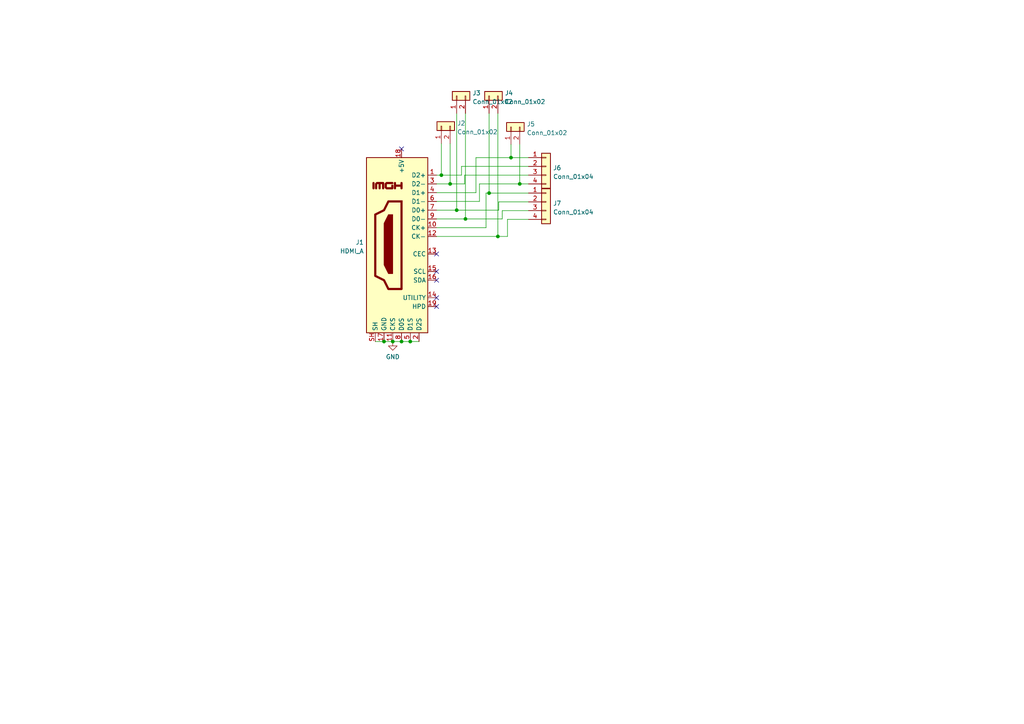
<source format=kicad_sch>
(kicad_sch (version 20211123) (generator eeschema)
  (paper "A4")
  (lib_symbols
    (symbol "Connector:HDMI_A"
      (property "Reference" "J" (at -6.35 26.67 0))
      (property "Value" "HDMI_A" (at 10.16 26.67 0))
      (symbol "HDMI_A_0_0"
        (polyline (pts (xy 8.128 16.51) (xy 8.128 18.034)) (stroke (width 0.635)))
        (polyline (pts (xy 0 16.51) (xy 0 18.034) (xy 0 17.272) (xy 1.905 17.272) (xy 1.905 18.034) (xy 1.905 16.51)) (stroke (width 0.635)))
        (polyline (pts (xy 2.667 18.034) (xy 4.318 18.034) (xy 4.572 17.78) (xy 4.572 16.764) (xy 4.318 16.51) (xy 2.667 16.51) (xy 2.667 17.272)) (stroke (width 0.635)))
      )
      (symbol "HDMI_A_0_1"
        (rectangle (start -7.62 25.4) (end 10.16 -25.4) (stroke (width 0.254)) (fill (type background)))
        (polyline (pts (xy 2.54 8.89) (xy 3.81 8.89) (xy 5.08 6.35) (xy 5.08 -5.715) (xy 3.81 -8.255) (xy 2.54 -8.255) (xy 2.54 8.89)) (fill (type outline)))
        (polyline (pts (xy 5.334 16.51) (xy 5.334 18.034) (xy 6.35 18.034) (xy 6.35 16.51) (xy 6.35 18.034) (xy 7.112 18.034) (xy 7.366 17.78) (xy 7.366 16.51)) (stroke (width 0.635)))
        (polyline (pts (xy 0 12.7) (xy 0 -12.7) (xy 3.81 -12.7) (xy 5.08 -10.16) (xy 7.62 -8.89) (xy 7.62 8.89) (xy 5.08 10.16) (xy 3.81 12.7) (xy 0 12.7)) (stroke (width 0.635)))
      )
      (symbol "HDMI_A_1_1"
        (pin passive line (at -10.16 20.32 0) (length 2.54) (name "D2+") (number "1"))
        (pin passive line (at -10.16 5.08 0) (length 2.54) (name "CK+") (number "10"))
        (pin power_in line (at 2.54 -27.94 90) (length 2.54) (name "CKS") (number "11"))
        (pin passive line (at -10.16 2.54 0) (length 2.54) (name "CK-") (number "12"))
        (pin bidirectional line (at -10.16 -2.54 0) (length 2.54) (name "CEC") (number "13"))
        (pin passive line (at -10.16 -15.24 0) (length 2.54) (name "UTILITY") (number "14"))
        (pin passive line (at -10.16 -7.62 0) (length 2.54) (name "SCL") (number "15"))
        (pin bidirectional line (at -10.16 -10.16 0) (length 2.54) (name "SDA") (number "16"))
        (pin power_in line (at 5.08 -27.94 90) (length 2.54) (name "GND") (number "17"))
        (pin power_in line (at 0 27.94 270) (length 2.54) (name "+5V") (number "18"))
        (pin passive line (at -10.16 -17.78 0) (length 2.54) (name "HPD") (number "19"))
        (pin power_in line (at -5.08 -27.94 90) (length 2.54) (name "D2S") (number "2"))
        (pin passive line (at -10.16 17.78 0) (length 2.54) (name "D2-") (number "3"))
        (pin passive line (at -10.16 15.24 0) (length 2.54) (name "D1+") (number "4"))
        (pin power_in line (at -2.54 -27.94 90) (length 2.54) (name "D1S") (number "5"))
        (pin passive line (at -10.16 12.7 0) (length 2.54) (name "D1-") (number "6"))
        (pin passive line (at -10.16 10.16 0) (length 2.54) (name "D0+") (number "7"))
        (pin power_in line (at 0 -27.94 90) (length 2.54) (name "D0S") (number "8"))
        (pin passive line (at -10.16 7.62 0) (length 2.54) (name "D0-") (number "9"))
        (pin passive line (at 7.62 -27.94 90) (length 2.54) (name "SH") (number "SH"))
      )
    )
    (symbol "Connector_Generic:Conn_01x02" (pin_names (offset 1.016) hide)
      (property "Reference" "J" (at 0 2.54 0))
      (property "Value" "Conn_01x02" (at 0 -5.08 0))
      (symbol "Conn_01x02_1_1"
        (rectangle (start -1.27 -2.413) (end 0 -2.667) (stroke (width 0.1524)))
        (rectangle (start -1.27 0.127) (end 0 -0.127) (stroke (width 0.1524)))
        (rectangle (start -1.27 1.27) (end 1.27 -3.81) (stroke (width 0.254)) (fill (type background)))
        (pin passive line (at -5.08 0 0) (length 3.81) (name "Pin_1") (number "1"))
        (pin passive line (at -5.08 -2.54 0) (length 3.81) (name "Pin_2") (number "2"))
      )
    )
    (symbol "Connector_Generic:Conn_01x04" (pin_names (offset 1.016) hide)
      (property "Reference" "J" (at 0 5.08 0))
      (property "Value" "Conn_01x04" (at 0 -7.62 0))
      (symbol "Conn_01x04_1_1"
        (rectangle (start -1.27 -4.953) (end 0 -5.207) (stroke (width 0.1524)))
        (rectangle (start -1.27 -2.413) (end 0 -2.667) (stroke (width 0.1524)))
        (rectangle (start -1.27 0.127) (end 0 -0.127) (stroke (width 0.1524)))
        (rectangle (start -1.27 2.667) (end 0 2.413) (stroke (width 0.1524)))
        (rectangle (start -1.27 3.81) (end 1.27 -6.35) (stroke (width 0.254)) (fill (type background)))
        (pin passive line (at -5.08 2.54 0) (length 3.81) (name "Pin_1") (number "1"))
        (pin passive line (at -5.08 0 0) (length 3.81) (name "Pin_2") (number "2"))
        (pin passive line (at -5.08 -2.54 0) (length 3.81) (name "Pin_3") (number "3"))
        (pin passive line (at -5.08 -5.08 0) (length 3.81) (name "Pin_4") (number "4"))
      )
    )
    (symbol "power:GND" (power) (pin_names (offset 0))
      (property "Value" "GND" (at 0 -3.81 0))
      (symbol "GND_0_1"
        (polyline (pts (xy 0 0) (xy 0 -1.27) (xy 1.27 -1.27) (xy 0 -2.54) (xy -1.27 -1.27) (xy 0 -1.27)))
      )
      (symbol "GND_1_1"
        (pin power_in line (at 0 0 270) (length 0) hide (name "GND") (number "1"))
      )
    )
  )
  (junction (at 144.399 68.58))
  (junction (at 113.919 99.06))
  (junction (at 128.016 50.8))
  (junction (at 135.001 63.5))
  (junction (at 118.999 99.06))
  (junction (at 111.379 99.06))
  (junction (at 148.209 45.72))
  (junction (at 116.459 99.06))
  (junction (at 130.556 53.34))
  (junction (at 132.461 60.96))
  (junction (at 150.749 53.34))
  (junction (at 141.859 56.007))
  (no_connect (at 126.619 73.66))
  (no_connect (at 126.619 78.74))
  (no_connect (at 116.459 43.18))
  (no_connect (at 126.619 81.28))
  (no_connect (at 126.619 86.36))
  (no_connect (at 126.619 88.9))
  (wire (pts (xy 144.653 58.547) (xy 153.289 58.547)))
  (wire (pts (xy 145.669 61.087) (xy 145.669 63.5)))
  (wire (pts (xy 108.839 99.06) (xy 111.379 99.06)))
  (wire (pts (xy 135.001 63.5) (xy 126.619 63.5)))
  (wire (pts (xy 126.619 60.96) (xy 132.461 60.96)))
  (wire (pts (xy 150.749 41.91) (xy 150.749 53.34)))
  (wire (pts (xy 133.858 48.26) (xy 153.289 48.26)))
  (wire (pts (xy 141.859 32.893) (xy 141.859 56.007)))
  (wire (pts (xy 148.209 41.91) (xy 148.209 45.72)))
  (wire (pts (xy 134.747 50.8) (xy 153.289 50.8)))
  (wire (pts (xy 130.556 53.34) (xy 134.747 53.34)))
  (wire (pts (xy 147.193 68.58) (xy 147.193 63.627)))
  (wire (pts (xy 138.049 55.88) (xy 138.049 45.72)))
  (wire (pts (xy 139.065 58.42) (xy 139.065 53.34)))
  (wire (pts (xy 126.619 58.42) (xy 139.065 58.42)))
  (wire (pts (xy 141.859 56.007) (xy 153.289 56.007)))
  (wire (pts (xy 139.065 53.34) (xy 150.749 53.34)))
  (wire (pts (xy 116.459 99.06) (xy 118.999 99.06)))
  (wire (pts (xy 150.749 53.34) (xy 153.289 53.34)))
  (wire (pts (xy 133.858 50.8) (xy 133.858 48.26)))
  (wire (pts (xy 135.001 32.893) (xy 135.001 63.5)))
  (wire (pts (xy 126.619 66.04) (xy 140.97 66.04)))
  (wire (pts (xy 118.999 99.06) (xy 121.539 99.06)))
  (wire (pts (xy 153.289 61.087) (xy 145.669 61.087)))
  (wire (pts (xy 138.049 45.72) (xy 148.209 45.72)))
  (wire (pts (xy 144.399 32.893) (xy 144.399 68.58)))
  (wire (pts (xy 126.619 68.58) (xy 144.399 68.58)))
  (wire (pts (xy 126.619 53.34) (xy 130.556 53.34)))
  (wire (pts (xy 144.399 68.58) (xy 147.193 68.58)))
  (wire (pts (xy 132.461 32.893) (xy 132.461 60.96)))
  (wire (pts (xy 113.919 99.06) (xy 116.459 99.06)))
  (wire (pts (xy 126.619 55.88) (xy 138.049 55.88)))
  (wire (pts (xy 145.669 63.5) (xy 135.001 63.5)))
  (wire (pts (xy 128.016 50.8) (xy 133.858 50.8)))
  (wire (pts (xy 140.97 56.007) (xy 141.859 56.007)))
  (wire (pts (xy 132.461 60.96) (xy 144.653 60.96)))
  (wire (pts (xy 128.016 41.656) (xy 128.016 50.8)))
  (wire (pts (xy 134.747 53.34) (xy 134.747 50.8)))
  (wire (pts (xy 140.97 66.04) (xy 140.97 56.007)))
  (wire (pts (xy 126.619 50.8) (xy 128.016 50.8)))
  (wire (pts (xy 148.209 45.72) (xy 153.289 45.72)))
  (wire (pts (xy 130.556 41.656) (xy 130.556 53.34)))
  (wire (pts (xy 144.653 60.96) (xy 144.653 58.547)))
  (wire (pts (xy 111.379 99.06) (xy 113.919 99.06)))
  (wire (pts (xy 147.193 63.627) (xy 153.289 63.627)))
  (symbol (lib_id "Connector_Generic:Conn_01x02") (at 128.016 36.576 90) (unit 1)
    (property "Reference" "J2" (at 132.588 35.7413 90) (effects (justify right)))
    (property "Value" "Conn_01x02" (at 132.588 38.2782 90) (effects (justify right)))
    (property "Footprint" "Connector_JST:JST_PH_S2B-PH-K_1x02_P2.00mm_Horizontal" (effects hide))
    (property "LCSC" "C16965" (effects hide))
  )
  (symbol (lib_id "Connector_Generic:Conn_01x04") (at 158.369 58.547 0) (unit 1)
    (property "Reference" "J7" (at 160.401 58.9823 0) (effects (justify left)))
    (property "Value" "Conn_01x04" (at 160.401 61.5192 0) (effects (justify left)))
    (property "Footprint" "Connector_JST:JST_SH_SM04B-SRSS-TB_1x04-1MP_P1.00mm_Horizontal" (effects hide))
    (property "LCSC" "C371571" (effects hide))
  )
  (symbol (lib_id "Connector_Generic:Conn_01x02") (at 132.461 27.813 90) (unit 1)
    (property "Reference" "J3" (at 137.033 26.9783 90) (effects (justify right)))
    (property "Value" "Conn_01x02" (at 137.033 29.5152 90) (effects (justify right)))
    (property "Footprint" "Connector_JST:JST_PH_S2B-PH-K_1x02_P2.00mm_Horizontal" (effects hide))
    (property "LCSC" "C16965" (effects hide))
  )
  (symbol (lib_id "power:GND") (at 113.919 99.06 0) (unit 1)
    (property "Reference" "#PWR01" (effects hide))
    (property "Value" "GND" (at 113.919 103.5034 0))
  )
  (symbol (lib_id "Connector_Generic:Conn_01x02") (at 148.209 36.83 90) (unit 1)
    (property "Reference" "J5" (at 152.781 35.9953 90) (effects (justify right)))
    (property "Value" "Conn_01x02" (at 152.781 38.5322 90) (effects (justify right)))
    (property "Footprint" "Connector_JST:JST_PH_S2B-PH-K_1x02_P2.00mm_Horizontal" (effects hide))
    (property "LCSC" "C16965" (effects hide))
  )
  (symbol (lib_id "Connector_Generic:Conn_01x04") (at 158.369 48.26 0) (unit 1)
    (property "Reference" "J6" (at 160.401 48.6953 0) (effects (justify left)))
    (property "Value" "Conn_01x04" (at 160.401 51.2322 0) (effects (justify left)))
    (property "Footprint" "Connector_JST:JST_SH_SM04B-SRSS-TB_1x04-1MP_P1.00mm_Horizontal" (effects hide))
    (property "LCSC" "C371571" (effects hide))
  )
  (symbol (lib_id "Connector:HDMI_A") (at 116.459 71.12 0) (mirror y) (unit 1)
    (property "Reference" "J1" (at 105.5371 70.2853 0) (effects (justify left)))
    (property "Value" "HDMI_A" (at 105.5371 72.8222 0) (effects (justify left)))
    (property "Footprint" "0_15Pin_FootprintsLib:HDMI-SMD_HDMI-019S" (effects hide))
    (property "Datasheet" "https://en.wikipedia.org/wiki/HDMI" (effects hide))
  )
  (symbol (lib_id "Connector_Generic:Conn_01x02") (at 141.859 27.813 90) (unit 1)
    (property "Reference" "J4" (at 146.431 26.9783 90) (effects (justify right)))
    (property "Value" "Conn_01x02" (at 146.431 29.5152 90) (effects (justify right)))
    (property "Footprint" "Connector_JST:JST_PH_S2B-PH-K_1x02_P2.00mm_Horizontal" (effects hide))
    (property "LCSC" "C16965" (effects hide))
  )
)
</source>
